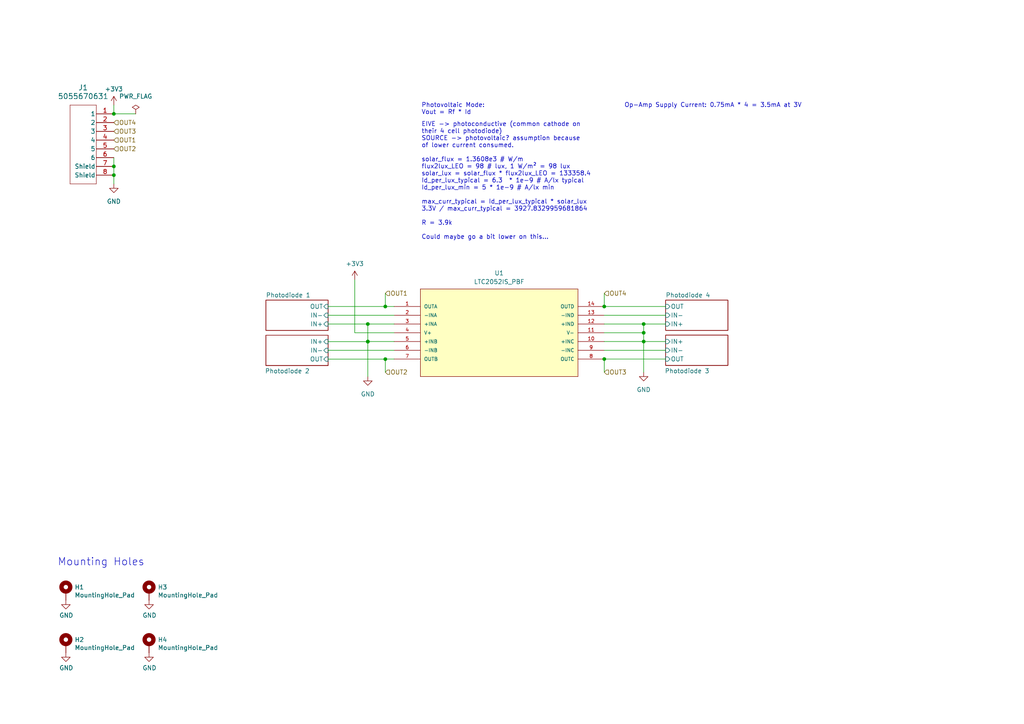
<source format=kicad_sch>
(kicad_sch (version 20231120) (generator "eeschema") (generator_version "8.0")
  (paper "A4")
  (lib_symbols
    (symbol "Mechanical:MountingHole_Pad" (pin_numbers hide) (pin_names (offset 1.016) hide)
      (property "Reference" "H" (at 0 6.35 0))
      (property "Value" "MountingHole_Pad" (at 0 4.445 0))
      (symbol "MountingHole_Pad_0_1"
        (circle (center 0 1.27) (radius 1.27) (stroke (width 1.27)))
      )
      (symbol "MountingHole_Pad_1_1"
        (pin input line (at 0 -2.54 90) (length 2.54) (name "1") (number "1"))
      )
    )
    (symbol "adcs:5055670631" (pin_names (offset 0.254))
      (property "Reference" "J" (at 6.35 4.064 0))
      (property "Value" "5055670631" (at -5.588 3.048 0))
      (symbol "5055670631_1_1"
        (polyline (pts (xy 5.08 -20.32) (xy 12.7 -20.32)) (stroke (width 0.127)))
        (polyline (pts (xy 5.08 2.54) (xy 5.08 -20.32)) (stroke (width 0.127)))
        (polyline (pts (xy 12.7 -20.32) (xy 12.7 2.54)) (stroke (width 0.127)))
        (polyline (pts (xy 12.7 2.54) (xy 5.08 2.54)) (stroke (width 0.127)))
        (pin unspecified line (at 0 0 0) (length 5.08) (name "1") (number "1"))
        (pin unspecified line (at 0 -2.54 0) (length 5.08) (name "2") (number "2"))
        (pin unspecified line (at 0 -5.08 0) (length 5.08) (name "3") (number "3"))
        (pin unspecified line (at 0 -7.62 0) (length 5.08) (name "4") (number "4"))
        (pin unspecified line (at 0 -10.16 0) (length 5.08) (name "5") (number "5"))
        (pin unspecified line (at 0 -12.7 0) (length 5.08) (name "6") (number "6"))
        (pin unspecified line (at 0 -15.24 0) (length 5.08) (name "Shield") (number "7"))
        (pin unspecified line (at 0 -17.78 0) (length 5.08) (name "Shield") (number "8"))
      )
      (symbol "5055670631_1_2"
        (polyline (pts (xy 5.08 -20.32) (xy 12.7 -20.32)) (stroke (width 0.127)))
        (polyline (pts (xy 5.08 2.54) (xy 5.08 -20.32)) (stroke (width 0.127)))
        (polyline (pts (xy 7.62 -17.78) (xy 5.08 -17.78)) (stroke (width 0.127)))
        (polyline (pts (xy 7.62 -17.78) (xy 8.89 -18.6267)) (stroke (width 0.127)))
        (polyline (pts (xy 7.62 -17.78) (xy 8.89 -16.9333)) (stroke (width 0.127)))
        (polyline (pts (xy 7.62 -15.24) (xy 5.08 -15.24)) (stroke (width 0.127)))
        (polyline (pts (xy 7.62 -15.24) (xy 8.89 -16.0867)) (stroke (width 0.127)))
        (polyline (pts (xy 7.62 -15.24) (xy 8.89 -14.3933)) (stroke (width 0.127)))
        (polyline (pts (xy 7.62 -12.7) (xy 5.08 -12.7)) (stroke (width 0.127)))
        (polyline (pts (xy 7.62 -12.7) (xy 8.89 -13.5467)) (stroke (width 0.127)))
        (polyline (pts (xy 7.62 -12.7) (xy 8.89 -11.8533)) (stroke (width 0.127)))
        (polyline (pts (xy 7.62 -10.16) (xy 5.08 -10.16)) (stroke (width 0.127)))
        (polyline (pts (xy 7.62 -10.16) (xy 8.89 -11.0067)) (stroke (width 0.127)))
        (polyline (pts (xy 7.62 -10.16) (xy 8.89 -9.3133)) (stroke (width 0.127)))
        (polyline (pts (xy 7.62 -7.62) (xy 5.08 -7.62)) (stroke (width 0.127)))
        (polyline (pts (xy 7.62 -7.62) (xy 8.89 -8.4667)) (stroke (width 0.127)))
        (polyline (pts (xy 7.62 -7.62) (xy 8.89 -6.7733)) (stroke (width 0.127)))
        (polyline (pts (xy 7.62 -5.08) (xy 5.08 -5.08)) (stroke (width 0.127)))
        (polyline (pts (xy 7.62 -5.08) (xy 8.89 -5.9267)) (stroke (width 0.127)))
        (polyline (pts (xy 7.62 -5.08) (xy 8.89 -4.2333)) (stroke (width 0.127)))
        (polyline (pts (xy 7.62 -2.54) (xy 5.08 -2.54)) (stroke (width 0.127)))
        (polyline (pts (xy 7.62 -2.54) (xy 8.89 -3.3867)) (stroke (width 0.127)))
        (polyline (pts (xy 7.62 -2.54) (xy 8.89 -1.6933)) (stroke (width 0.127)))
        (polyline (pts (xy 7.62 0) (xy 5.08 0)) (stroke (width 0.127)))
        (polyline (pts (xy 7.62 0) (xy 8.89 -0.8467)) (stroke (width 0.127)))
        (polyline (pts (xy 7.62 0) (xy 8.89 0.8467)) (stroke (width 0.127)))
        (polyline (pts (xy 12.7 -20.32) (xy 12.7 2.54)) (stroke (width 0.127)))
        (polyline (pts (xy 12.7 2.54) (xy 5.08 2.54)) (stroke (width 0.127)))
        (pin unspecified line (at 0 0 0) (length 5.08) (name "1") (number "1"))
        (pin unspecified line (at 0 -2.54 0) (length 5.08) (name "2") (number "2"))
        (pin unspecified line (at 0 -5.08 0) (length 5.08) (name "3") (number "3"))
        (pin unspecified line (at 0 -7.62 0) (length 5.08) (name "4") (number "4"))
        (pin unspecified line (at 0 -10.16 0) (length 5.08) (name "5") (number "5"))
        (pin unspecified line (at 0 -12.7 0) (length 5.08) (name "6") (number "6"))
        (pin unspecified line (at 0 -15.24 0) (length 5.08) (name "7") (number "7"))
        (pin unspecified line (at 0 -17.78 0) (length 5.08) (name "8") (number "8"))
      )
    )
    (symbol "adcs:LTC2052IS_PBF" (pin_names (offset 1.016))
      (property "Reference" "U" (at 25.7556 9.1186 0))
      (property "Value" "LTC2052IS_PBF" (at 25.1206 6.5786 0))
      (symbol "LTC2052IS_PBF_0_0"
        (rectangle (start 7.62 -20.32) (end 53.34 5.08) (stroke (width 0.1524)) (fill (type background)))
        (pin output line (at 0 0 0) (length 7.62) (name "OUTA") (number "1"))
        (pin input line (at 60.96 -10.16 180) (length 7.62) (name "+INC") (number "10"))
        (pin power_in line (at 60.96 -7.62 180) (length 7.62) (name "V-") (number "11"))
        (pin input line (at 60.96 -5.08 180) (length 7.62) (name "+IND") (number "12"))
        (pin input line (at 60.96 -2.54 180) (length 7.62) (name "-IND") (number "13"))
        (pin output line (at 60.96 0 180) (length 7.62) (name "OUTD") (number "14"))
        (pin input line (at 0 -2.54 0) (length 7.62) (name "-INA") (number "2"))
        (pin input line (at 0 -5.08 0) (length 7.62) (name "+INA") (number "3"))
        (pin power_in line (at 0 -7.62 0) (length 7.62) (name "V+") (number "4"))
        (pin input line (at 0 -10.16 0) (length 7.62) (name "+INB") (number "5"))
        (pin input line (at 0 -12.7 0) (length 7.62) (name "-INB") (number "6"))
        (pin output line (at 0 -15.24 0) (length 7.62) (name "OUTB") (number "7"))
        (pin output line (at 60.96 -15.24 180) (length 7.62) (name "OUTC") (number "8"))
        (pin input line (at 60.96 -12.7 180) (length 7.62) (name "-INC") (number "9"))
      )
    )
    (symbol "power:+3V3" (power) (pin_names (offset 0))
      (property "Value" "+3V3" (at 0 3.556 0))
      (symbol "+3V3_0_1"
        (polyline (pts (xy -0.762 1.27) (xy 0 2.54)))
        (polyline (pts (xy 0 0) (xy 0 2.54)))
        (polyline (pts (xy 0 2.54) (xy 0.762 1.27)))
      )
      (symbol "+3V3_1_1"
        (pin power_in line (at 0 0 90) (length 0) hide (name "+3V3") (number "1"))
      )
    )
    (symbol "power:GND" (power) (pin_names (offset 0))
      (property "Value" "GND" (at 0 -3.81 0))
      (symbol "GND_0_1"
        (polyline (pts (xy 0 0) (xy 0 -1.27) (xy 1.27 -1.27) (xy 0 -2.54) (xy -1.27 -1.27) (xy 0 -1.27)))
      )
      (symbol "GND_1_1"
        (pin power_in line (at 0 0 270) (length 0) hide (name "GND") (number "1"))
      )
    )
    (symbol "power:PWR_FLAG" (power) (pin_numbers hide) (pin_names (offset 0) hide)
      (property "Value" "PWR_FLAG" (at 0 3.81 0))
      (symbol "PWR_FLAG_0_0"
        (pin power_out line (at 0 0 90) (length 0) (name "pwr") (number "1"))
      )
      (symbol "PWR_FLAG_0_1"
        (polyline (pts (xy 0 0) (xy 0 1.27) (xy -1.016 1.905) (xy 0 2.54) (xy 1.016 1.905) (xy 0 1.27)))
      )
    )
  )
  (junction (at 186.69 99.06))
  (junction (at 175.26 104.14))
  (junction (at 186.69 96.52))
  (junction (at 106.68 99.06))
  (junction (at 106.68 93.98))
  (junction (at 106.68 99.0854))
  (junction (at 33.02 48.26))
  (junction (at 186.69 93.98))
  (junction (at 175.26 88.9))
  (junction (at 111.76 88.9))
  (junction (at 33.02 33.02))
  (junction (at 33.02 50.8))
  (junction (at 111.76 104.1654))
  (wire (pts (xy 111.76 104.1654) (xy 111.76 107.95)))
  (wire (pts (xy 95.1738 104.1654) (xy 111.76 104.1654)))
  (wire (pts (xy 106.68 99.0854) (xy 106.68 109.22)))
  (wire (pts (xy 33.02 45.72) (xy 33.02 48.26)))
  (wire (pts (xy 186.69 99.06) (xy 186.69 107.95)))
  (wire (pts (xy 175.26 88.9) (xy 193.0654 88.9)))
  (wire (pts (xy 175.26 104.14) (xy 193.0654 104.14)))
  (wire (pts (xy 95.3262 101.6) (xy 114.3 101.6)))
  (wire (pts (xy 175.26 85.09) (xy 175.26 88.9)))
  (wire (pts (xy 33.02 33.02) (xy 39.37 33.02)))
  (wire (pts (xy 114.3 96.52) (xy 102.8954 96.52)))
  (wire (pts (xy 106.68 93.98) (xy 106.68 99.06)))
  (wire (pts (xy 95.1738 88.9) (xy 111.76 88.9)))
  (wire (pts (xy 175.26 91.44) (xy 193.0654 91.44)))
  (wire (pts (xy 175.26 101.6) (xy 193.0654 101.6)))
  (wire (pts (xy 95.1738 91.44) (xy 114.3 91.44)))
  (wire (pts (xy 111.76 88.9) (xy 114.3 88.9)))
  (wire (pts (xy 106.68 93.98) (xy 114.3 93.98)))
  (wire (pts (xy 186.69 93.98) (xy 186.69 96.52)))
  (wire (pts (xy 106.68 99.0854) (xy 95.1738 99.0854)))
  (wire (pts (xy 33.02 48.26) (xy 33.02 50.8)))
  (wire (pts (xy 186.69 93.98) (xy 193.0654 93.98)))
  (wire (pts (xy 33.02 50.8) (xy 33.02 53.34)))
  (wire (pts (xy 106.68 99.0854) (xy 106.68 99.06)))
  (wire (pts (xy 111.76 104.1654) (xy 111.76 104.14)))
  (wire (pts (xy 186.69 99.06) (xy 193.0654 99.06)))
  (wire (pts (xy 175.26 96.52) (xy 186.69 96.52)))
  (wire (pts (xy 186.69 96.52) (xy 186.69 99.06)))
  (wire (pts (xy 102.8954 81.153) (xy 102.8954 96.52)))
  (wire (pts (xy 95.1738 93.98) (xy 106.68 93.98)))
  (wire (pts (xy 95.3262 101.6254) (xy 95.3262 101.6)))
  (wire (pts (xy 95.1738 101.6254) (xy 95.3262 101.6254)))
  (wire (pts (xy 111.76 104.14) (xy 114.3 104.14)))
  (wire (pts (xy 175.26 104.14) (xy 175.26 107.95)))
  (wire (pts (xy 175.26 99.06) (xy 186.69 99.06)))
  (wire (pts (xy 175.26 93.98) (xy 186.69 93.98)))
  (wire (pts (xy 106.68 99.06) (xy 114.3 99.06)))
  (wire (pts (xy 33.02 30.48) (xy 33.02 33.02)))
  (wire (pts (xy 111.76 85.09) (xy 111.76 88.9)))
  (text "EIVE -> photoconductive (common cathode on \ntheir 4 cell photodiode)\nSOURCE -> photovoltaic? assumption because \nof lower current consumed.\n\nsolar_flux = 1.3608e3 # W/m\nflux2lux_LEO = 98 # lux, 1 W/m² = 98 lux\nsolar_lux = solar_flux * flux2lux_LEO = 133358.4\nId_per_lux_typical = 6.3  * 1e-9 # A/lx typical\nId_per_lux_min = 5 * 1e-9 # A/lx min\n\nmax_curr_typical = Id_per_lux_typical * solar_lux\n3.3V / max_curr_typical = 3927.8329959681864\n\nR = 3.9k\n\nCould maybe go a bit lower on this..." (at 122.2248 69.596 0) (effects (font (size 1.27 1.27)) (justify left bottom)))
  (text "Mounting Holes" (at 16.6624 164.3634 0) (effects (font (size 2.159 2.159)) (justify left bottom)))
  (text "Photovoltaic Mode:\nVout = Rf * Id" (at 122.2248 33.401 0) (effects (font (size 1.27 1.27)) (justify left bottom)))
  (text "Op-Amp Supply Current: 0.75mA * 4 = 3.5mA at 3V" (at 181.0766 31.3436 0) (effects (font (size 1.27 1.27)) (justify left bottom)))
  (hierarchical_label "OUT2" (shape input) (at 33.02 43.18 0))
  (hierarchical_label "OUT2" (shape input) (at 111.76 107.95 0))
  (hierarchical_label "OUT4" (shape input) (at 175.26 85.09 0))
  (hierarchical_label "OUT1" (shape input) (at 111.76 85.09 0))
  (hierarchical_label "OUT3" (shape input) (at 33.02 38.1 0))
  (hierarchical_label "OUT3" (shape input) (at 175.26 107.95 0))
  (hierarchical_label "OUT4" (shape input) (at 33.02 35.56 0))
  (hierarchical_label "OUT1" (shape input) (at 33.02 40.64 0))
  (symbol (lib_id "power:PWR_FLAG") (at 39.37 33.02 0) (mirror y) (unit 1)
    (property "Reference" "#FLG01" (effects (hide yes)))
    (property "Value" "PWR_FLAG" (at 39.37 27.94 0))
  )
  (symbol (lib_id "power:GND") (at 33.02 53.34 0) (mirror y) (unit 1)
    (property "Reference" "#PWR06" (effects (hide yes)))
    (property "Value" "GND" (at 33.02 58.42 0))
  )
  (symbol (lib_id "power:GND") (at 106.68 109.22 0) (unit 1)
    (property "Reference" "#PWR08" (effects (hide yes)))
    (property "Value" "GND" (at 106.68 114.3 0))
  )
  (symbol (lib_id "adcs:5055670631") (at 33.02 33.02 0) (mirror y) (unit 1)
    (property "Reference" "J1" (at 24.13 25.4 0) (effects (font (size 1.524 1.524))))
    (property "Value" "5055670631" (at 24.13 27.94 0) (effects (font (size 1.524 1.524))))
    (property "Footprint" "adcs:CON_5055670631" (effects (hide yes)))
    (property "Datasheet" "5055670631" (effects (hide yes)))
  )
  (symbol (lib_id "power:GND") (at 43.2308 189.3316 0) (unit 1)
    (property "Reference" "#PWR04" (effects (hide yes)))
    (property "Value" "GND" (at 43.3578 193.7258 0))
  )
  (symbol (lib_id "Mechanical:MountingHole_Pad") (at 19.1008 171.5516 0) (unit 1) (in_bom no)
    (property "Reference" "H1" (at 21.6408 170.307 0) (effects (justify left)))
    (property "Value" "MountingHole_Pad" (at 21.6408 172.6184 0) (effects (justify left)))
    (property "Footprint" "MountingHole:MountingHole_2.2mm_M2" (effects (hide yes)))
  )
  (symbol (lib_id "Mechanical:MountingHole_Pad") (at 43.2308 186.7916 0) (unit 1) (in_bom no)
    (property "Reference" "H4" (at 45.7708 185.547 0) (effects (justify left)))
    (property "Value" "MountingHole_Pad" (at 45.7708 187.8584 0) (effects (justify left)))
    (property "Footprint" "MountingHole:MountingHole_2.2mm_M2" (effects (hide yes)))
  )
  (symbol (lib_id "adcs:LTC2052IS_PBF") (at 114.3 88.9 0) (unit 1)
    (property "Reference" "U1" (at 144.78 79.1972 0))
    (property "Value" "LTC2052IS_PBF" (at 144.78 81.7372 0))
    (property "Footprint" "adcs:SO-14_S" (effects (hide yes)))
    (property "Datasheet" "https://www.analog.com/media/en/technical-documentation/data-sheets/20512fd.pdf" (effects (hide yes)))
    (property "Description" "Linear IC - Op-amp Linear Technology LTC2052IS#PBF Scrambler (zero drift) SO 14" (effects (hide yes)))
    (property "MF" "Analog Devices" (effects (hide yes)))
    (property "VENDOR" "LinearTech" (effects (hide yes)))
  )
  (symbol (lib_id "Mechanical:MountingHole_Pad") (at 43.2308 171.5516 0) (unit 1) (in_bom no)
    (property "Reference" "H3" (at 45.7708 170.307 0) (effects (justify left)))
    (property "Value" "MountingHole_Pad" (at 45.7708 172.6184 0) (effects (justify left)))
    (property "Footprint" "MountingHole:MountingHole_2.2mm_M2" (effects (hide yes)))
  )
  (symbol (lib_id "power:GND") (at 19.1008 174.0916 0) (unit 1)
    (property "Reference" "#PWR01" (effects (hide yes)))
    (property "Value" "GND" (at 19.2278 178.4858 0))
  )
  (symbol (lib_id "power:+3V3") (at 33.02 30.48 0) (mirror y) (unit 1)
    (property "Reference" "#PWR010" (effects (hide yes)))
    (property "Value" "+3V3" (at 33.02 25.8318 0))
  )
  (symbol (lib_id "power:+3V3") (at 102.8954 81.153 0) (unit 1)
    (property "Reference" "#PWR07" (effects (hide yes)))
    (property "Value" "+3V3" (at 102.8954 76.5048 0))
  )
  (symbol (lib_id "Mechanical:MountingHole_Pad") (at 19.1008 186.7916 0) (unit 1) (in_bom no)
    (property "Reference" "H2" (at 21.6408 185.547 0) (effects (justify left)))
    (property "Value" "MountingHole_Pad" (at 21.6408 187.8584 0) (effects (justify left)))
    (property "Footprint" "MountingHole:MountingHole_2.2mm_M2" (effects (hide yes)))
  )
  (symbol (lib_id "power:GND") (at 186.69 107.95 0) (unit 1)
    (property "Reference" "#PWR09" (effects (hide yes)))
    (property "Value" "GND" (at 186.69 113.03 0))
  )
  (symbol (lib_id "power:GND") (at 19.1008 189.3316 0) (unit 1)
    (property "Reference" "#PWR02" (effects (hide yes)))
    (property "Value" "GND" (at 19.2278 193.7258 0))
  )
  (symbol (lib_id "power:GND") (at 43.2308 174.0916 0) (unit 1)
    (property "Reference" "#PWR03" (effects (hide yes)))
    (property "Value" "GND" (at 43.3578 178.4858 0))
  )
  (sheet (at 77.1144 87.0458) (size 18.0594 8.7884) (stroke (width 0.1524))
    (property "Sheetname" "Photodiode 1" (at 77.1144 86.3342 0) (effects (justify left bottom)))
    (property "Sheetfile" "smol.kicad_sch" (effects (hide yes)))
    (pin "IN+" input (at 95.1738 93.98 0))
    (pin "IN-" input (at 95.1738 91.44 0))
    (pin "OUT" input (at 95.1738 88.9 0))
  )
  (sheet (at 193.0654 97.2058) (size 18.0594 8.7884) (stroke (width 0.1524))
    (property "Sheetname" "Photodiode 3" (at 192.8114 108.331 0) (effects (justify left bottom)))
    (property "Sheetfile" "smol.kicad_sch" (effects (hide yes)))
    (pin "IN+" input (at 193.0654 99.06 180))
    (pin "IN-" input (at 193.0654 101.6 180))
    (pin "OUT" input (at 193.0654 104.14 180))
  )
  (sheet (at 77.1144 97.2312) (size 18.0594 8.7884) (stroke (width 0.1524))
    (property "Sheetname" "Photodiode 2" (at 76.8604 108.3564 0) (effects (justify left bottom)))
    (property "Sheetfile" "smol.kicad_sch" (effects (hide yes)))
    (pin "IN+" input (at 95.1738 99.0854 0))
    (pin "IN-" input (at 95.1738 101.6254 0))
    (pin "OUT" input (at 95.1738 104.1654 0))
  )
  (sheet (at 193.0654 87.0458) (size 18.0594 8.7884) (stroke (width 0.1524))
    (property "Sheetname" "Photodiode 4" (at 193.0654 86.3342 0) (effects (justify left bottom)))
    (property "Sheetfile" "smol.kicad_sch" (effects (hide yes)))
    (pin "IN+" input (at 193.0654 93.98 180))
    (pin "IN-" input (at 193.0654 91.44 180))
    (pin "OUT" input (at 193.0654 88.9 180))
  )
)
</source>
